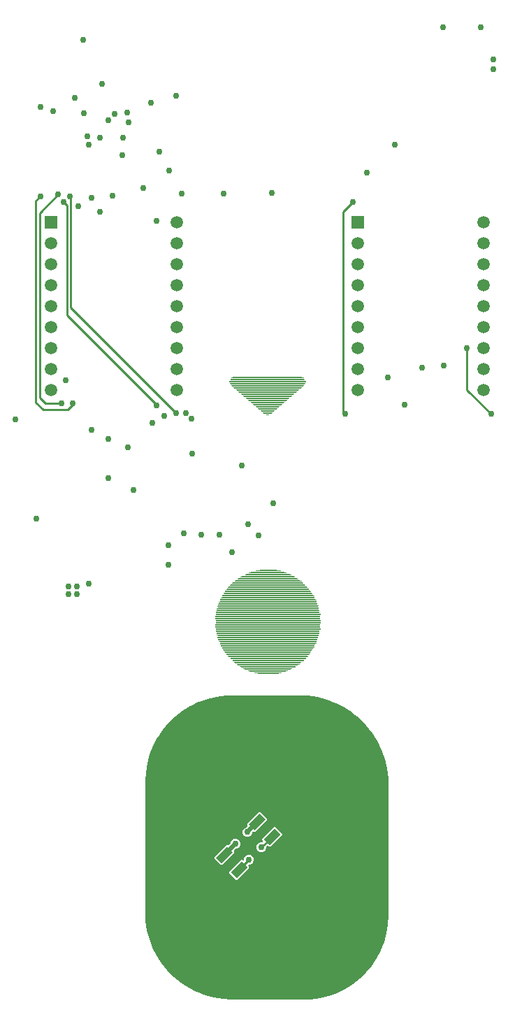
<source format=gbr>
G04 EAGLE Gerber X2 export*
%TF.Part,Single*%
%TF.FileFunction,Copper,L1,Top,Mixed*%
%TF.FilePolarity,Positive*%
%TF.GenerationSoftware,Autodesk,EAGLE,9.0.1*%
%TF.CreationDate,2018-06-27T06:52:03Z*%
G75*
%MOMM*%
%FSLAX34Y34*%
%LPD*%
%AMOC8*
5,1,8,0,0,1.08239X$1,22.5*%
G01*
%ADD10R,1.607819X0.084838*%
%ADD11R,2.623819X0.084581*%
%ADD12R,3.302000X0.084581*%
%ADD13R,3.893819X0.084838*%
%ADD14R,4.401819X0.084581*%
%ADD15R,4.826000X0.084581*%
%ADD16R,5.163819X0.084838*%
%ADD17R,5.588000X0.084581*%
%ADD18R,5.925819X0.084581*%
%ADD19R,6.179819X0.084838*%
%ADD20R,6.520181X0.084581*%
%ADD21R,6.774181X0.084581*%
%ADD22R,7.028181X0.084838*%
%ADD23R,7.282181X0.084581*%
%ADD24R,7.536181X0.084581*%
%ADD25R,7.703819X0.084838*%
%ADD26R,7.957819X0.084581*%
%ADD27R,8.128000X0.084581*%
%ADD28R,8.382000X0.084838*%
%ADD29R,8.552181X0.084581*%
%ADD30R,8.719819X0.084581*%
%ADD31R,8.890000X0.084838*%
%ADD32R,9.060181X0.084581*%
%ADD33R,9.227819X0.084581*%
%ADD34R,9.398000X0.084838*%
%ADD35R,9.568181X0.084581*%
%ADD36R,9.652000X0.084581*%
%ADD37R,9.822181X0.084838*%
%ADD38R,9.989819X0.084581*%
%ADD39R,10.076181X0.084581*%
%ADD40R,10.243819X0.084838*%
%ADD41R,10.330181X0.084581*%
%ADD42R,10.497819X0.084581*%
%ADD43R,10.584181X0.084838*%
%ADD44R,10.668000X0.084581*%
%ADD45R,10.838181X0.084581*%
%ADD46R,10.922000X0.084838*%
%ADD47R,11.005819X0.084581*%
%ADD48R,11.092181X0.084581*%
%ADD49R,11.176000X0.084838*%
%ADD50R,11.346181X0.084581*%
%ADD51R,11.513819X0.084838*%
%ADD52R,11.513819X0.084581*%
%ADD53R,11.600181X0.084581*%
%ADD54R,11.684000X0.084838*%
%ADD55R,11.767819X0.084581*%
%ADD56R,11.854181X0.084581*%
%ADD57R,11.938000X0.084838*%
%ADD58R,12.021819X0.084581*%
%ADD59R,12.108181X0.084838*%
%ADD60R,12.192000X0.084581*%
%ADD61R,12.275819X0.084838*%
%ADD62R,12.275819X0.084581*%
%ADD63R,12.362181X0.084581*%
%ADD64R,12.362181X0.084838*%
%ADD65R,12.446000X0.084581*%
%ADD66R,12.529819X0.084838*%
%ADD67R,12.529819X0.084581*%
%ADD68R,12.616181X0.084838*%
%ADD69R,12.616181X0.084581*%
%ADD70R,12.700000X0.084838*%
%ADD71R,12.700000X0.084581*%
%ADD72R,12.783819X0.084838*%
%ADD73R,12.783819X0.084581*%
%ADD74R,12.192000X0.084838*%
%ADD75R,12.108181X0.084581*%
%ADD76R,12.021819X0.084838*%
%ADD77R,11.938000X0.084581*%
%ADD78R,11.854181X0.084838*%
%ADD79R,11.430000X0.084838*%
%ADD80R,11.259819X0.084581*%
%ADD81R,10.838181X0.084838*%
%ADD82R,10.751819X0.084581*%
%ADD83R,10.497819X0.084838*%
%ADD84R,10.414000X0.084581*%
%ADD85R,10.160000X0.084838*%
%ADD86R,9.906000X0.084581*%
%ADD87R,9.735819X0.084838*%
%ADD88R,9.481819X0.084581*%
%ADD89R,9.314181X0.084838*%
%ADD90R,9.144000X0.084581*%
%ADD91R,8.973819X0.084581*%
%ADD92R,8.806181X0.084838*%
%ADD93R,8.636000X0.084581*%
%ADD94R,8.465819X0.084581*%
%ADD95R,8.298181X0.084838*%
%ADD96R,8.044181X0.084581*%
%ADD97R,7.790181X0.084581*%
%ADD98R,7.620000X0.084838*%
%ADD99R,7.366000X0.084581*%
%ADD100R,7.112000X0.084581*%
%ADD101R,6.858000X0.084838*%
%ADD102R,6.604000X0.084581*%
%ADD103R,6.350000X0.084581*%
%ADD104R,6.012181X0.084838*%
%ADD105R,5.671819X0.084581*%
%ADD106R,5.334000X0.084581*%
%ADD107R,4.996181X0.084838*%
%ADD108R,4.572000X0.084581*%
%ADD109R,4.064000X0.084581*%
%ADD110R,3.556000X0.084838*%
%ADD111R,2.964181X0.084581*%
%ADD112R,2.115819X0.084581*%
%ADD113R,0.678181X0.084838*%
%ADD114R,0.421637X0.084581*%
%ADD115R,1.016000X0.084581*%
%ADD116R,1.186181X0.084581*%
%ADD117R,1.353819X0.084838*%
%ADD118R,1.524000X0.084581*%
%ADD119R,1.694181X0.084581*%
%ADD120R,1.861819X0.084838*%
%ADD121R,2.202181X0.084581*%
%ADD122R,2.369819X0.084581*%
%ADD123R,2.540000X0.084838*%
%ADD124R,2.710181X0.084581*%
%ADD125R,2.877819X0.084581*%
%ADD126R,3.048000X0.084838*%
%ADD127R,3.385819X0.084581*%
%ADD128R,3.556000X0.084581*%
%ADD129R,3.726181X0.084838*%
%ADD130R,3.893819X0.084581*%
%ADD131R,4.318000X0.084838*%
%ADD132R,4.742181X0.084581*%
%ADD133R,4.909819X0.084838*%
%ADD134R,5.080000X0.084581*%
%ADD135R,5.250181X0.084581*%
%ADD136R,5.588000X0.084838*%
%ADD137R,5.758181X0.084581*%
%ADD138R,6.096000X0.084838*%
%ADD139R,6.266181X0.084581*%
%ADD140R,6.433819X0.084581*%
%ADD141R,6.774181X0.084838*%
%ADD142R,6.941819X0.084581*%
%ADD143R,7.282181X0.084838*%
%ADD144R,7.449819X0.084581*%
%ADD145R,7.620000X0.084581*%
%ADD146R,7.957819X0.084838*%
%ADD147R,8.298181X0.084581*%
%ADD148R,8.465819X0.084838*%
%ADD149R,8.806181X0.084581*%
%ADD150R,8.973819X0.084838*%
%ADD151R,9.057638X0.084581*%
%ADD152R,9.144000X0.084838*%
%ADD153R,9.230363X0.084581*%
%ADD154R,9.057638X0.084838*%
%ADD155R,8.890000X0.084581*%
%ADD156R,8.722363X0.084581*%
%ADD157R,8.382000X0.084581*%
%ADD158R,1.508000X1.508000*%
%ADD159C,1.508000*%
%ADD160R,1.850000X1.000000*%
%ADD161C,0.756400*%
%ADD162C,0.508000*%
%ADD163C,0.254000*%

G36*
X421142Y34800D02*
X421142Y34800D01*
X421165Y34799D01*
X431877Y35076D01*
X431894Y35079D01*
X432012Y35087D01*
X442634Y36502D01*
X442650Y36506D01*
X442767Y36527D01*
X453178Y39063D01*
X453193Y39069D01*
X453307Y39102D01*
X463390Y42732D01*
X463405Y42739D01*
X463514Y42784D01*
X473154Y47465D01*
X473168Y47474D01*
X473272Y47530D01*
X482359Y53210D01*
X482372Y53220D01*
X482470Y53287D01*
X490901Y59901D01*
X490913Y59913D01*
X491003Y59990D01*
X498683Y67463D01*
X498694Y67476D01*
X498775Y67562D01*
X505617Y75809D01*
X505626Y75823D01*
X505697Y75918D01*
X511624Y84846D01*
X511631Y84861D01*
X511646Y84884D01*
X511649Y84888D01*
X511652Y84895D01*
X511692Y84962D01*
X516635Y94470D01*
X516641Y94485D01*
X516691Y94593D01*
X520595Y104572D01*
X520599Y104588D01*
X520638Y104700D01*
X523459Y115038D01*
X523461Y115055D01*
X523487Y115170D01*
X525192Y125749D01*
X525193Y125766D01*
X525207Y125884D01*
X525777Y136584D01*
X525776Y136603D01*
X525779Y136652D01*
X525779Y303530D01*
X525779Y303532D01*
X525779Y303534D01*
X525769Y303694D01*
X524282Y315076D01*
X524278Y315092D01*
X524257Y315211D01*
X521557Y326367D01*
X521551Y326382D01*
X521517Y326498D01*
X517633Y337299D01*
X517626Y337314D01*
X517584Y337417D01*
X517583Y337420D01*
X517582Y337421D01*
X517580Y337425D01*
X512558Y347747D01*
X512549Y347760D01*
X512492Y347866D01*
X506389Y357588D01*
X506379Y357601D01*
X506311Y357700D01*
X499199Y366710D01*
X499187Y366721D01*
X499109Y366813D01*
X491070Y375006D01*
X491057Y375016D01*
X490969Y375098D01*
X482096Y382381D01*
X482082Y382389D01*
X481986Y382461D01*
X472382Y388748D01*
X472368Y388755D01*
X472264Y388817D01*
X462040Y394035D01*
X462024Y394040D01*
X461915Y394090D01*
X451189Y398179D01*
X451174Y398183D01*
X451059Y398221D01*
X439957Y401134D01*
X439941Y401136D01*
X439823Y401161D01*
X428471Y402864D01*
X428455Y402865D01*
X428335Y402877D01*
X416866Y403350D01*
X416851Y403349D01*
X416814Y403351D01*
X339598Y403351D01*
X339589Y403350D01*
X339570Y403351D01*
X328545Y403111D01*
X328528Y403108D01*
X328410Y403101D01*
X317472Y401694D01*
X317456Y401690D01*
X317340Y401670D01*
X306612Y399112D01*
X306596Y399106D01*
X306483Y399073D01*
X296087Y395393D01*
X296071Y395386D01*
X295962Y395342D01*
X286015Y390581D01*
X286000Y390572D01*
X285896Y390516D01*
X276509Y384728D01*
X276496Y384717D01*
X276398Y384651D01*
X267677Y377901D01*
X267665Y377889D01*
X267575Y377813D01*
X259618Y370177D01*
X259608Y370163D01*
X259526Y370078D01*
X252423Y361642D01*
X252414Y361628D01*
X252342Y361535D01*
X246173Y352393D01*
X246165Y352378D01*
X246104Y352278D01*
X240938Y342534D01*
X240932Y342518D01*
X240881Y342412D01*
X236777Y332176D01*
X236773Y332159D01*
X236733Y332048D01*
X233737Y321435D01*
X233734Y321418D01*
X233707Y321303D01*
X231852Y310432D01*
X231851Y310415D01*
X231836Y310298D01*
X231143Y299292D01*
X231145Y299271D01*
X231141Y299212D01*
X231141Y140970D01*
X231143Y140954D01*
X231142Y140913D01*
X231638Y129972D01*
X231641Y129956D01*
X231651Y129840D01*
X233293Y119012D01*
X233298Y118995D01*
X233320Y118881D01*
X236090Y108286D01*
X236097Y108270D01*
X236131Y108159D01*
X239998Y97913D01*
X240006Y97898D01*
X240052Y97791D01*
X244974Y88008D01*
X244984Y87994D01*
X245040Y87892D01*
X250962Y78680D01*
X250973Y78667D01*
X251040Y78572D01*
X257897Y70032D01*
X257909Y70020D01*
X257986Y69933D01*
X265701Y62161D01*
X265715Y62150D01*
X265800Y62071D01*
X274289Y55153D01*
X274304Y55143D01*
X274397Y55074D01*
X283565Y49085D01*
X283581Y49077D01*
X283681Y49018D01*
X293428Y44025D01*
X293444Y44019D01*
X293550Y43970D01*
X303767Y40028D01*
X303783Y40024D01*
X303894Y39987D01*
X314469Y37139D01*
X314486Y37137D01*
X314599Y37111D01*
X325414Y35390D01*
X325432Y35390D01*
X325547Y35376D01*
X336483Y34801D01*
X336502Y34802D01*
X336550Y34799D01*
X421132Y34799D01*
X421142Y34800D01*
G37*
%LPC*%
G36*
X323099Y197923D02*
X323099Y197923D01*
X314837Y206185D01*
X314837Y207869D01*
X329109Y222141D01*
X330793Y222141D01*
X330972Y221961D01*
X331067Y221888D01*
X331156Y221810D01*
X331192Y221791D01*
X331224Y221766D01*
X331333Y221719D01*
X331439Y221665D01*
X331478Y221656D01*
X331516Y221640D01*
X331633Y221621D01*
X331749Y221595D01*
X331790Y221597D01*
X331830Y221590D01*
X331948Y221601D01*
X332067Y221605D01*
X332106Y221616D01*
X332146Y221620D01*
X332258Y221660D01*
X332373Y221693D01*
X332408Y221714D01*
X332446Y221728D01*
X332544Y221794D01*
X332647Y221855D01*
X332692Y221895D01*
X332709Y221906D01*
X332722Y221921D01*
X332767Y221961D01*
X334174Y223367D01*
X334234Y223446D01*
X334302Y223518D01*
X334331Y223571D01*
X334368Y223619D01*
X334408Y223710D01*
X334456Y223796D01*
X334471Y223855D01*
X334495Y223911D01*
X334510Y224008D01*
X334535Y224104D01*
X334541Y224204D01*
X334545Y224225D01*
X334543Y224237D01*
X334545Y224265D01*
X334545Y224677D01*
X335430Y226814D01*
X337066Y228450D01*
X339203Y229335D01*
X341517Y229335D01*
X343654Y228450D01*
X345290Y226814D01*
X346175Y224677D01*
X346175Y222363D01*
X345290Y220226D01*
X343654Y218590D01*
X341517Y217705D01*
X341252Y217705D01*
X341154Y217693D01*
X341055Y217690D01*
X340997Y217673D01*
X340937Y217665D01*
X340845Y217629D01*
X340750Y217601D01*
X340697Y217571D01*
X340641Y217548D01*
X340561Y217490D01*
X340476Y217440D01*
X340400Y217374D01*
X340384Y217362D01*
X340376Y217352D01*
X340355Y217334D01*
X338875Y215854D01*
X338802Y215760D01*
X338723Y215670D01*
X338705Y215634D01*
X338680Y215602D01*
X338633Y215493D01*
X338579Y215387D01*
X338570Y215348D01*
X338554Y215311D01*
X338535Y215193D01*
X338509Y215077D01*
X338510Y215037D01*
X338504Y214996D01*
X338515Y214878D01*
X338519Y214759D01*
X338530Y214720D01*
X338534Y214680D01*
X338574Y214568D01*
X338607Y214453D01*
X338628Y214419D01*
X338641Y214381D01*
X338708Y214282D01*
X338769Y214180D01*
X338808Y214134D01*
X338820Y214117D01*
X338835Y214104D01*
X338875Y214059D01*
X339055Y213879D01*
X339055Y212195D01*
X324782Y197923D01*
X323099Y197923D01*
G37*
%LPD*%
%LPC*%
G36*
X370953Y213895D02*
X370953Y213895D01*
X368816Y214780D01*
X367180Y216416D01*
X366295Y218553D01*
X366295Y220867D01*
X367180Y223004D01*
X368816Y224640D01*
X370953Y225525D01*
X372336Y225525D01*
X372474Y225542D01*
X372612Y225555D01*
X372631Y225562D01*
X372651Y225565D01*
X372780Y225616D01*
X372911Y225663D01*
X372928Y225674D01*
X372947Y225682D01*
X373059Y225763D01*
X373174Y225841D01*
X373188Y225857D01*
X373204Y225868D01*
X373293Y225976D01*
X373385Y226080D01*
X373394Y226098D01*
X373407Y226113D01*
X373466Y226239D01*
X373529Y226363D01*
X373534Y226383D01*
X373542Y226401D01*
X373569Y226538D01*
X373599Y226673D01*
X373598Y226694D01*
X373602Y226713D01*
X373594Y226852D01*
X373589Y226991D01*
X373584Y227011D01*
X373582Y227031D01*
X373540Y227163D01*
X373501Y227297D01*
X373491Y227314D01*
X373484Y227333D01*
X373410Y227451D01*
X373339Y227571D01*
X373321Y227592D01*
X373314Y227602D01*
X373299Y227616D01*
X373233Y227691D01*
X372749Y228176D01*
X372749Y229860D01*
X387021Y244132D01*
X388705Y244132D01*
X396967Y235870D01*
X396967Y234186D01*
X382695Y219914D01*
X381011Y219914D01*
X380091Y220833D01*
X379982Y220918D01*
X379875Y221007D01*
X379856Y221016D01*
X379840Y221028D01*
X379713Y221083D01*
X379587Y221142D01*
X379567Y221146D01*
X379548Y221154D01*
X379410Y221176D01*
X379274Y221202D01*
X379254Y221201D01*
X379234Y221204D01*
X379095Y221191D01*
X378957Y221182D01*
X378938Y221176D01*
X378918Y221174D01*
X378786Y221127D01*
X378655Y221084D01*
X378637Y221074D01*
X378618Y221067D01*
X378503Y220989D01*
X378386Y220914D01*
X378372Y220900D01*
X378355Y220888D01*
X378263Y220784D01*
X378168Y220683D01*
X378158Y220665D01*
X378145Y220650D01*
X378081Y220526D01*
X378014Y220404D01*
X378009Y220385D01*
X378000Y220367D01*
X377970Y220231D01*
X377935Y220096D01*
X377933Y220068D01*
X377930Y220056D01*
X377931Y220036D01*
X377925Y219936D01*
X377925Y218553D01*
X377040Y216416D01*
X375404Y214780D01*
X373267Y213895D01*
X370953Y213895D01*
G37*
%LPD*%
%LPC*%
G36*
X353681Y231929D02*
X353681Y231929D01*
X351544Y232814D01*
X349908Y234450D01*
X349023Y236587D01*
X349023Y238901D01*
X349908Y241038D01*
X351544Y242674D01*
X353681Y243559D01*
X353839Y243559D01*
X353937Y243571D01*
X354036Y243574D01*
X354094Y243591D01*
X354155Y243599D01*
X354247Y243635D01*
X354342Y243663D01*
X354394Y243693D01*
X354450Y243716D01*
X354530Y243774D01*
X354616Y243824D01*
X354691Y243890D01*
X354708Y243902D01*
X354715Y243912D01*
X354737Y243930D01*
X354968Y244162D01*
X355041Y244256D01*
X355120Y244345D01*
X355138Y244381D01*
X355163Y244413D01*
X355210Y244522D01*
X355264Y244628D01*
X355273Y244668D01*
X355289Y244705D01*
X355308Y244822D01*
X355334Y244939D01*
X355333Y244979D01*
X355339Y245019D01*
X355328Y245137D01*
X355324Y245256D01*
X355313Y245295D01*
X355309Y245335D01*
X355269Y245448D01*
X355236Y245562D01*
X355215Y245597D01*
X355202Y245635D01*
X355135Y245733D01*
X355074Y245836D01*
X355034Y245881D01*
X355023Y245898D01*
X355008Y245911D01*
X354968Y245957D01*
X354788Y246136D01*
X354788Y247820D01*
X369060Y262092D01*
X370744Y262092D01*
X379006Y253831D01*
X379006Y252147D01*
X364734Y237874D01*
X363050Y237874D01*
X362870Y238054D01*
X362776Y238127D01*
X362687Y238206D01*
X362651Y238224D01*
X362619Y238249D01*
X362510Y238296D01*
X362404Y238351D01*
X362364Y238359D01*
X362327Y238375D01*
X362209Y238394D01*
X362093Y238420D01*
X362053Y238419D01*
X362013Y238425D01*
X361894Y238414D01*
X361775Y238410D01*
X361737Y238399D01*
X361697Y238395D01*
X361584Y238355D01*
X361470Y238322D01*
X361435Y238301D01*
X361397Y238288D01*
X361299Y238221D01*
X361196Y238160D01*
X361151Y238121D01*
X361134Y238109D01*
X361121Y238094D01*
X361075Y238054D01*
X361024Y238003D01*
X360964Y237925D01*
X360896Y237853D01*
X360867Y237799D01*
X360829Y237751D01*
X360790Y237661D01*
X360742Y237574D01*
X360727Y237515D01*
X360703Y237460D01*
X360688Y237362D01*
X360663Y237266D01*
X360657Y237166D01*
X360653Y237145D01*
X360655Y237133D01*
X360653Y237106D01*
X360653Y236587D01*
X359768Y234450D01*
X358132Y232814D01*
X355995Y231929D01*
X353681Y231929D01*
G37*
%LPD*%
%LPC*%
G36*
X341059Y179962D02*
X341059Y179962D01*
X332797Y188224D01*
X332797Y189908D01*
X347069Y204180D01*
X348753Y204180D01*
X348888Y204045D01*
X348998Y203960D01*
X349105Y203871D01*
X349124Y203863D01*
X349140Y203850D01*
X349268Y203795D01*
X349393Y203736D01*
X349413Y203732D01*
X349432Y203724D01*
X349570Y203702D01*
X349706Y203676D01*
X349726Y203677D01*
X349746Y203674D01*
X349885Y203687D01*
X350023Y203696D01*
X350042Y203702D01*
X350062Y203704D01*
X350193Y203751D01*
X350325Y203794D01*
X350343Y203805D01*
X350362Y203811D01*
X350476Y203889D01*
X350594Y203964D01*
X350608Y203979D01*
X350625Y203990D01*
X350717Y204094D01*
X350812Y204196D01*
X350822Y204213D01*
X350835Y204228D01*
X350898Y204352D01*
X350966Y204474D01*
X350971Y204494D01*
X350980Y204512D01*
X351010Y204648D01*
X351045Y204782D01*
X351047Y204810D01*
X351050Y204822D01*
X351049Y204843D01*
X351055Y204943D01*
X351055Y205627D01*
X351940Y207764D01*
X353576Y209400D01*
X355713Y210285D01*
X358027Y210285D01*
X360164Y209400D01*
X361800Y207764D01*
X362685Y205627D01*
X362685Y203313D01*
X361800Y201176D01*
X360164Y199540D01*
X358027Y198655D01*
X357343Y198655D01*
X357205Y198638D01*
X357066Y198625D01*
X357047Y198618D01*
X357027Y198615D01*
X356898Y198564D01*
X356767Y198517D01*
X356750Y198506D01*
X356731Y198498D01*
X356619Y198417D01*
X356504Y198339D01*
X356491Y198323D01*
X356474Y198312D01*
X356385Y198204D01*
X356293Y198100D01*
X356284Y198082D01*
X356271Y198067D01*
X356212Y197941D01*
X356149Y197817D01*
X356144Y197797D01*
X356136Y197779D01*
X356110Y197642D01*
X356079Y197507D01*
X356080Y197486D01*
X356076Y197467D01*
X356085Y197328D01*
X356089Y197189D01*
X356095Y197169D01*
X356096Y197149D01*
X356138Y197017D01*
X356177Y196883D01*
X356188Y196866D01*
X356194Y196847D01*
X356268Y196729D01*
X356339Y196609D01*
X356357Y196588D01*
X356364Y196578D01*
X356379Y196564D01*
X356445Y196489D01*
X357015Y195919D01*
X357015Y194235D01*
X342743Y179962D01*
X341059Y179962D01*
G37*
%LPD*%
D10*
X380157Y428413D03*
D11*
X380157Y429261D03*
D12*
X380145Y430106D03*
D13*
X379726Y430953D03*
D14*
X379726Y431801D03*
D15*
X380145Y432646D03*
D16*
X380157Y433493D03*
D17*
X379738Y434341D03*
D18*
X379726Y435186D03*
D19*
X380157Y436033D03*
D20*
X380157Y436881D03*
D21*
X379726Y437726D03*
D22*
X380157Y438573D03*
D23*
X379726Y439421D03*
D24*
X380157Y440266D03*
D25*
X380157Y441113D03*
D26*
X379726Y441961D03*
D27*
X379738Y442806D03*
D28*
X380145Y443653D03*
D29*
X380157Y444501D03*
D30*
X380157Y445346D03*
D31*
X380145Y446193D03*
D32*
X380157Y447041D03*
D33*
X380157Y447886D03*
D34*
X380145Y448733D03*
D35*
X380157Y449581D03*
D36*
X379738Y450426D03*
D37*
X379726Y451273D03*
D38*
X379726Y452121D03*
D39*
X380157Y452966D03*
D40*
X380157Y453813D03*
D41*
X379726Y454661D03*
D42*
X379726Y455506D03*
D43*
X380157Y456353D03*
D44*
X379738Y457201D03*
D45*
X379726Y458046D03*
D46*
X380145Y458893D03*
D47*
X379726Y459741D03*
D48*
X380157Y460586D03*
D49*
X379738Y461433D03*
D50*
X379726Y462281D03*
X379726Y463126D03*
D51*
X379726Y463973D03*
D52*
X379726Y464821D03*
D53*
X380157Y465666D03*
D54*
X379738Y466513D03*
D55*
X380157Y467361D03*
D56*
X379726Y468206D03*
D57*
X380145Y469053D03*
D58*
X379726Y469901D03*
X379726Y470746D03*
D59*
X380157Y471593D03*
D60*
X379738Y472441D03*
X379738Y473286D03*
D61*
X380157Y474133D03*
D62*
X380157Y474981D03*
D63*
X379726Y475826D03*
D64*
X379726Y476673D03*
D65*
X380145Y477521D03*
X380145Y478366D03*
D66*
X379726Y479213D03*
D67*
X379726Y480061D03*
X379726Y480906D03*
D68*
X380157Y481753D03*
D69*
X380157Y482601D03*
X380157Y483446D03*
D70*
X379738Y484293D03*
D71*
X379738Y485141D03*
X379738Y485986D03*
D70*
X379738Y486833D03*
D71*
X379738Y487681D03*
X379738Y488526D03*
D72*
X380157Y489373D03*
D73*
X380157Y490221D03*
X380157Y491066D03*
D72*
X380157Y491913D03*
D73*
X380157Y492761D03*
X380157Y493606D03*
D70*
X379738Y494453D03*
D71*
X379738Y495301D03*
X379738Y496146D03*
D70*
X379738Y496993D03*
D71*
X379738Y497841D03*
X379738Y498686D03*
D70*
X379738Y499533D03*
D69*
X380157Y500381D03*
X380157Y501226D03*
D68*
X380157Y502073D03*
D67*
X379726Y502921D03*
X379726Y503766D03*
D66*
X379726Y504613D03*
D65*
X380145Y505461D03*
D63*
X379726Y506306D03*
D64*
X379726Y507153D03*
D63*
X379726Y508001D03*
D62*
X380157Y508846D03*
D74*
X379738Y509693D03*
D60*
X379738Y510541D03*
D75*
X380157Y511386D03*
D76*
X379726Y512233D03*
D58*
X379726Y513081D03*
D77*
X380145Y513926D03*
D78*
X379726Y514773D03*
D56*
X379726Y515621D03*
D55*
X380157Y516466D03*
D54*
X379738Y517313D03*
D53*
X380157Y518161D03*
D52*
X379726Y519006D03*
D79*
X380145Y519853D03*
D50*
X379726Y520701D03*
D80*
X380157Y521546D03*
D49*
X379738Y522393D03*
D48*
X380157Y523241D03*
D47*
X379726Y524086D03*
D81*
X379726Y524933D03*
D82*
X380157Y525781D03*
D44*
X379738Y526626D03*
D83*
X379726Y527473D03*
D84*
X380145Y528321D03*
D41*
X379726Y529166D03*
D85*
X379738Y530013D03*
D38*
X379726Y530861D03*
D86*
X380145Y531706D03*
D87*
X380157Y532553D03*
D36*
X379738Y533401D03*
D88*
X379726Y534246D03*
D89*
X379726Y535093D03*
D90*
X379738Y535941D03*
D91*
X379726Y536786D03*
D92*
X379726Y537633D03*
D93*
X379738Y538481D03*
D94*
X379726Y539326D03*
D95*
X379726Y540173D03*
D96*
X380157Y541021D03*
D97*
X379726Y541866D03*
D98*
X379738Y542713D03*
D99*
X380145Y543561D03*
D100*
X379738Y544406D03*
D101*
X380145Y545253D03*
D102*
X379738Y546101D03*
D103*
X380145Y546946D03*
D104*
X380157Y547793D03*
D105*
X380157Y548641D03*
D106*
X380145Y549486D03*
D107*
X380157Y550333D03*
D108*
X379738Y551181D03*
D109*
X379738Y552026D03*
D110*
X379738Y552873D03*
D111*
X380157Y553721D03*
D112*
X380157Y554566D03*
D113*
X379726Y555413D03*
D114*
X379307Y742526D03*
D113*
X379726Y743373D03*
D115*
X379738Y744221D03*
D116*
X379726Y745066D03*
D117*
X379726Y745913D03*
D118*
X379738Y746761D03*
D119*
X379726Y747606D03*
D120*
X379726Y748453D03*
D121*
X379726Y749301D03*
D122*
X379726Y750146D03*
D123*
X379738Y750993D03*
D124*
X379726Y751841D03*
D125*
X379726Y752686D03*
D126*
X379738Y753533D03*
D127*
X379726Y754381D03*
D128*
X379738Y755226D03*
D129*
X379726Y756073D03*
D130*
X379726Y756921D03*
D109*
X379738Y757766D03*
D131*
X379307Y758613D03*
D108*
X379738Y759461D03*
D132*
X379726Y760306D03*
D133*
X379726Y761153D03*
D134*
X379738Y762001D03*
D135*
X379726Y762846D03*
D136*
X379738Y763693D03*
D137*
X379726Y764541D03*
D18*
X379726Y765386D03*
D138*
X379738Y766233D03*
D139*
X379726Y767081D03*
D140*
X379726Y767926D03*
D141*
X379726Y768773D03*
D142*
X379726Y769621D03*
D100*
X379738Y770466D03*
D143*
X379726Y771313D03*
D144*
X379726Y772161D03*
D145*
X379738Y773006D03*
D146*
X379726Y773853D03*
D27*
X379738Y774701D03*
D147*
X379726Y775546D03*
D148*
X379726Y776393D03*
D93*
X379738Y777241D03*
D149*
X379726Y778086D03*
D150*
X379726Y778933D03*
D151*
X379307Y779781D03*
D90*
X379738Y780626D03*
D152*
X379738Y781473D03*
D153*
X379307Y782321D03*
X379307Y783166D03*
D154*
X379307Y784013D03*
D151*
X379307Y784861D03*
D155*
X379307Y785706D03*
D31*
X379307Y786553D03*
D156*
X379307Y787401D03*
D157*
X379307Y788246D03*
D158*
X116832Y976400D03*
D159*
X116832Y951000D03*
X116832Y925600D03*
X116832Y900200D03*
X116832Y874800D03*
X116832Y849400D03*
X116832Y824000D03*
X116832Y798600D03*
X116832Y773200D03*
X269232Y773200D03*
X269232Y798600D03*
X269232Y824000D03*
X269232Y849400D03*
X269232Y874800D03*
X269232Y900200D03*
X269232Y925600D03*
X269232Y951000D03*
X269232Y976400D03*
D158*
X488348Y975990D03*
D159*
X488348Y950590D03*
X488348Y925190D03*
X488348Y899790D03*
X488348Y874390D03*
X488348Y848990D03*
X488348Y823590D03*
X488348Y798190D03*
X488348Y772790D03*
X640748Y772790D03*
X640748Y798190D03*
X640748Y823590D03*
X640748Y848990D03*
X640748Y874390D03*
X640748Y899790D03*
X640748Y925190D03*
X640748Y950590D03*
X640748Y975990D03*
D160*
G36*
X337022Y213037D02*
X323941Y199956D01*
X316870Y207027D01*
X329951Y220108D01*
X337022Y213037D01*
G37*
G36*
X354982Y195076D02*
X341901Y181995D01*
X334830Y189066D01*
X347911Y202147D01*
X354982Y195076D01*
G37*
G36*
X376973Y252988D02*
X363892Y239907D01*
X356821Y246978D01*
X369902Y260059D01*
X376973Y252988D01*
G37*
G36*
X394934Y235028D02*
X381853Y221947D01*
X374782Y229018D01*
X387863Y242099D01*
X394934Y235028D01*
G37*
D161*
X336550Y576580D03*
X321310Y598170D03*
X278130Y599440D03*
X259080Y561340D03*
X259080Y585470D03*
X162560Y538480D03*
X288290Y695960D03*
X186690Y666750D03*
X99060Y617220D03*
X73660Y737870D03*
X104140Y1116330D03*
X119380Y1111250D03*
X191770Y1008380D03*
X260350Y1038860D03*
X275590Y1010920D03*
X591820Y1212850D03*
X652780Y1173480D03*
X652780Y1162050D03*
X186756Y714060D03*
X386080Y636270D03*
X525272Y788162D03*
X210058Y703834D03*
X368808Y597154D03*
X156464Y1108710D03*
X245110Y977900D03*
X384810Y1012190D03*
X210820Y1097280D03*
D162*
X340360Y223446D02*
X326946Y210032D01*
X340360Y223446D02*
X340360Y223520D01*
D161*
X340360Y223520D03*
X138430Y535178D03*
X148082Y535178D03*
X148082Y525526D03*
X138430Y525526D03*
X637794Y1212342D03*
X326136Y1010666D03*
X229108Y1017524D03*
X268478Y1129792D03*
X155956Y1197102D03*
X145542Y1126998D03*
X166370Y1005840D03*
X545818Y755650D03*
X299466Y598170D03*
X355600Y610362D03*
X217170Y652272D03*
X239776Y733044D03*
D162*
X366897Y249983D02*
X355420Y238506D01*
X355346Y238506D01*
X354838Y237998D01*
X354838Y237744D01*
D161*
X354838Y237744D03*
X209550Y1108992D03*
X238506Y1120924D03*
X176530Y1078738D03*
X134620Y784860D03*
X499872Y1036320D03*
X533908Y1070102D03*
X179070Y1144270D03*
X166370Y725170D03*
X566420Y800100D03*
X149860Y995680D03*
X194310Y1107440D03*
X254000Y741680D03*
X186690Y1099820D03*
X593090Y802640D03*
D163*
X244856Y755026D02*
X244856Y754380D01*
X244856Y755026D02*
X136144Y863738D01*
D161*
X132080Y1001014D03*
D163*
X136144Y996950D01*
X136144Y863738D01*
D161*
X244856Y754380D03*
X161290Y1080770D03*
X280670Y745490D03*
X162560Y1070610D03*
X286820Y738070D03*
X268732Y745236D03*
D163*
X140716Y873252D01*
X140716Y1007364D02*
X140208Y1007872D01*
D161*
X140208Y1007872D03*
D163*
X140716Y1007364D02*
X140716Y873252D01*
D161*
X125730Y1009904D03*
D163*
X103124Y987298D02*
X103124Y764032D01*
X103124Y987298D02*
X125730Y1009904D01*
X103124Y764032D02*
X110236Y756920D01*
D161*
X129540Y756920D03*
D163*
X110236Y756920D01*
D161*
X650240Y744220D03*
D163*
X621030Y773430D01*
D161*
X621030Y824230D03*
D163*
X621030Y773430D01*
D161*
X104422Y1007872D03*
D163*
X98806Y1002256D01*
X98806Y757936D01*
X107442Y749300D01*
X137160Y749300D02*
X144780Y756920D01*
X143510Y756920D01*
D161*
X143510Y756920D03*
D163*
X137160Y749300D02*
X107442Y749300D01*
D161*
X356870Y204470D03*
D163*
X344906Y192506D01*
X344906Y192071D01*
D161*
X372110Y219710D03*
D163*
X372545Y219710D01*
X384858Y232023D01*
D161*
X248158Y1061720D03*
X204368Y1078840D03*
X203200Y1057910D03*
X482600Y1000760D03*
D163*
X471170Y989330D01*
X471170Y746760D02*
X473710Y744220D01*
D161*
X473710Y744220D03*
D163*
X471170Y746760D02*
X471170Y989330D01*
D161*
X176530Y989330D03*
X347980Y681990D03*
M02*

</source>
